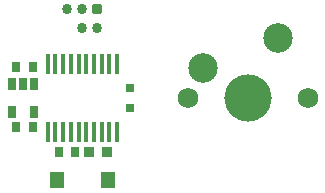
<source format=gts>
%TF.GenerationSoftware,KiCad,Pcbnew,9.0.0*%
%TF.CreationDate,2025-02-28T17:55:05+00:00*%
%TF.ProjectId,vm_keycap_button_0.1,766d5f6b-6579-4636-9170-5f627574746f,v0.1*%
%TF.SameCoordinates,PX5a995c0PY47868c0*%
%TF.FileFunction,Soldermask,Top*%
%TF.FilePolarity,Negative*%
%FSLAX46Y46*%
G04 Gerber Fmt 4.6, Leading zero omitted, Abs format (unit mm)*
G04 Created by KiCad (PCBNEW 9.0.0) date 2025-02-28 17:55:05*
%MOMM*%
%LPD*%
G01*
G04 APERTURE LIST*
G04 Aperture macros list*
%AMRoundRect*
0 Rectangle with rounded corners*
0 $1 Rounding radius*
0 $2 $3 $4 $5 $6 $7 $8 $9 X,Y pos of 4 corners*
0 Add a 4 corners polygon primitive as box body*
4,1,4,$2,$3,$4,$5,$6,$7,$8,$9,$2,$3,0*
0 Add four circle primitives for the rounded corners*
1,1,$1+$1,$2,$3*
1,1,$1+$1,$4,$5*
1,1,$1+$1,$6,$7*
1,1,$1+$1,$8,$9*
0 Add four rect primitives between the rounded corners*
20,1,$1+$1,$2,$3,$4,$5,0*
20,1,$1+$1,$4,$5,$6,$7,0*
20,1,$1+$1,$6,$7,$8,$9,0*
20,1,$1+$1,$8,$9,$2,$3,0*%
G04 Aperture macros list end*
%ADD10R,0.810000X0.860000*%
%ADD11C,1.750000*%
%ADD12C,4.000000*%
%ADD13C,2.500000*%
%ADD14R,0.800000X0.800000*%
%ADD15R,0.800000X0.900000*%
%ADD16R,0.700000X1.000000*%
%ADD17RoundRect,0.172720X-0.259080X-0.259080X0.259080X-0.259080X0.259080X0.259080X-0.259080X0.259080X0*%
%ADD18C,0.863600*%
%ADD19O,0.360000X1.740000*%
%ADD20R,1.230000X1.360000*%
G04 APERTURE END LIST*
D10*
%TO.C,R1*%
X-7430000Y-4600000D03*
X-5930000Y-4600000D03*
%TD*%
D11*
%TO.C,SW2*%
X920000Y0D03*
D12*
X6000000Y0D03*
D11*
X11080000Y0D03*
D13*
X2190000Y2540000D03*
X8540000Y5080000D03*
%TD*%
D14*
%TO.C,D1*%
X-3980000Y-850000D03*
X-3980000Y850000D03*
%TD*%
D15*
%TO.C,C2*%
X-12170000Y2600000D03*
X-13570000Y2600000D03*
%TD*%
%TO.C,C3*%
X-12170000Y-2500000D03*
X-13570000Y-2500000D03*
%TD*%
D16*
%TO.C,U2*%
X-12050000Y1200000D03*
X-13000000Y1200000D03*
X-13950000Y1200000D03*
X-13950000Y-1200000D03*
X-12050000Y-1200000D03*
%TD*%
D17*
%TO.C,J1*%
X-6710000Y7474800D03*
D18*
X-6710000Y5900000D03*
X-7980000Y7474800D03*
X-7980000Y5900000D03*
X-9250000Y7474800D03*
%TD*%
D15*
%TO.C,C1*%
X-9980000Y-4600000D03*
X-8580000Y-4600000D03*
%TD*%
D19*
%TO.C,U1*%
X-10910000Y-2870000D03*
X-10260000Y-2870000D03*
X-9610000Y-2870000D03*
X-8960000Y-2870000D03*
X-8300000Y-2870000D03*
X-7650000Y-2870000D03*
X-7000000Y-2870000D03*
X-6350000Y-2870000D03*
X-5700000Y-2870000D03*
X-5050000Y-2870000D03*
X-5050000Y2870000D03*
X-5700000Y2870000D03*
X-6350000Y2870000D03*
X-7000000Y2870000D03*
X-7650000Y2870000D03*
X-8300000Y2870000D03*
X-8960000Y2870000D03*
X-9610000Y2870000D03*
X-10260000Y2870000D03*
X-10910000Y2870000D03*
%TD*%
D20*
%TO.C,SW1*%
X-5800000Y-7000000D03*
X-10160000Y-7000000D03*
%TD*%
M02*

</source>
